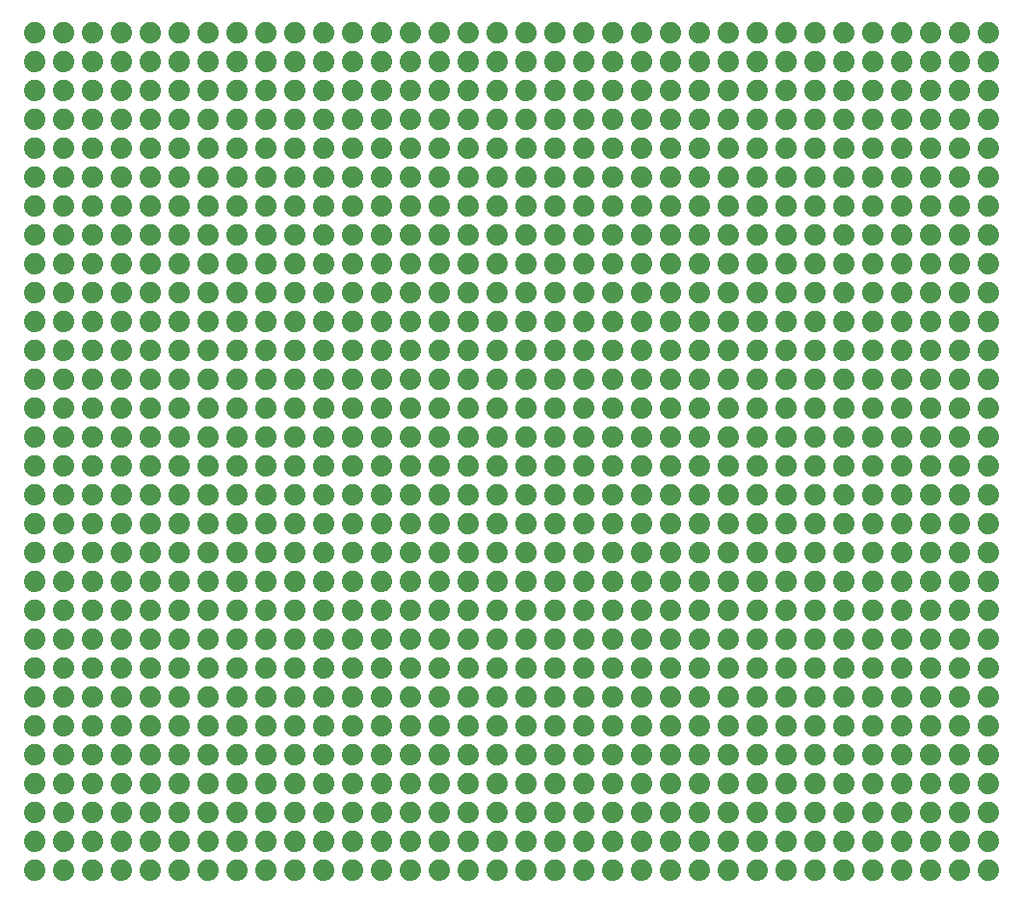
<source format=gbl>
G75*
%MOIN*%
%OFA0B0*%
%FSLAX25Y25*%
%IPPOS*%
%LPD*%
%AMOC8*
5,1,8,0,0,1.08239X$1,22.5*
%
%ADD10C,0.07400*%
D10*
X0018750Y0053650D03*
X0028750Y0053650D03*
X0038750Y0053650D03*
X0048750Y0053650D03*
X0058750Y0053650D03*
X0068750Y0053650D03*
X0078750Y0053650D03*
X0088750Y0053650D03*
X0098750Y0053650D03*
X0108750Y0053650D03*
X0118750Y0053650D03*
X0128750Y0053650D03*
X0138750Y0053650D03*
X0148750Y0053650D03*
X0158750Y0053650D03*
X0168750Y0053650D03*
X0178750Y0053650D03*
X0188750Y0053650D03*
X0198750Y0053650D03*
X0208750Y0053650D03*
X0218750Y0053650D03*
X0228750Y0053650D03*
X0238750Y0053650D03*
X0248750Y0053650D03*
X0258750Y0053650D03*
X0268750Y0053650D03*
X0278750Y0053650D03*
X0288750Y0053650D03*
X0298750Y0053650D03*
X0308750Y0053650D03*
X0318750Y0053650D03*
X0328750Y0053650D03*
X0338750Y0053650D03*
X0348750Y0053650D03*
X0348750Y0063650D03*
X0348750Y0073650D03*
X0348750Y0083650D03*
X0348750Y0093650D03*
X0348750Y0103650D03*
X0348750Y0113650D03*
X0348750Y0123650D03*
X0348750Y0133650D03*
X0348750Y0143650D03*
X0348750Y0153650D03*
X0348750Y0163650D03*
X0348750Y0173650D03*
X0348750Y0183650D03*
X0348750Y0193650D03*
X0348750Y0203650D03*
X0348750Y0213650D03*
X0348750Y0223650D03*
X0348750Y0233650D03*
X0348750Y0243650D03*
X0348750Y0253650D03*
X0348750Y0263650D03*
X0348750Y0273650D03*
X0348750Y0283650D03*
X0348750Y0293650D03*
X0348750Y0303650D03*
X0348750Y0313650D03*
X0348750Y0323650D03*
X0348750Y0333650D03*
X0348750Y0343650D03*
X0338750Y0343650D03*
X0338750Y0333650D03*
X0338750Y0323650D03*
X0338750Y0313650D03*
X0338750Y0303650D03*
X0338750Y0293650D03*
X0338750Y0283650D03*
X0338750Y0273650D03*
X0338750Y0263650D03*
X0338750Y0253650D03*
X0338750Y0243650D03*
X0338750Y0233650D03*
X0338750Y0223650D03*
X0338750Y0213650D03*
X0338750Y0203650D03*
X0338750Y0193650D03*
X0338750Y0183650D03*
X0338750Y0173650D03*
X0338750Y0163650D03*
X0338750Y0153650D03*
X0338750Y0143650D03*
X0338750Y0133650D03*
X0338750Y0123650D03*
X0338750Y0113650D03*
X0338750Y0103650D03*
X0338750Y0093650D03*
X0338750Y0083650D03*
X0338750Y0073650D03*
X0338750Y0063650D03*
X0328750Y0063650D03*
X0328750Y0073650D03*
X0328750Y0083650D03*
X0328750Y0093650D03*
X0328750Y0103650D03*
X0328750Y0113650D03*
X0328750Y0123650D03*
X0328750Y0133650D03*
X0328750Y0143650D03*
X0328750Y0153650D03*
X0328750Y0163650D03*
X0328750Y0173650D03*
X0328750Y0183650D03*
X0328750Y0193650D03*
X0328750Y0203650D03*
X0328750Y0213650D03*
X0328750Y0223650D03*
X0328750Y0233650D03*
X0328750Y0243650D03*
X0328750Y0253650D03*
X0328750Y0263650D03*
X0328750Y0273650D03*
X0328750Y0283650D03*
X0328750Y0293650D03*
X0328750Y0303650D03*
X0328750Y0313650D03*
X0328750Y0323650D03*
X0328750Y0333650D03*
X0328750Y0343650D03*
X0318750Y0343650D03*
X0308750Y0343650D03*
X0308750Y0333650D03*
X0318750Y0333650D03*
X0318750Y0323650D03*
X0308750Y0323650D03*
X0308750Y0313650D03*
X0318750Y0313650D03*
X0318750Y0303650D03*
X0308750Y0303650D03*
X0308750Y0293650D03*
X0318750Y0293650D03*
X0318750Y0283650D03*
X0308750Y0283650D03*
X0308750Y0273650D03*
X0318750Y0273650D03*
X0318750Y0263650D03*
X0308750Y0263650D03*
X0308750Y0253650D03*
X0318750Y0253650D03*
X0318750Y0243650D03*
X0308750Y0243650D03*
X0308750Y0233650D03*
X0318750Y0233650D03*
X0318750Y0223650D03*
X0308750Y0223650D03*
X0308750Y0213650D03*
X0318750Y0213650D03*
X0318750Y0203650D03*
X0308750Y0203650D03*
X0308750Y0193650D03*
X0318750Y0193650D03*
X0318750Y0183650D03*
X0308750Y0183650D03*
X0308750Y0173650D03*
X0318750Y0173650D03*
X0318750Y0163650D03*
X0308750Y0163650D03*
X0308750Y0153650D03*
X0318750Y0153650D03*
X0318750Y0143650D03*
X0308750Y0143650D03*
X0308750Y0133650D03*
X0318750Y0133650D03*
X0318750Y0123650D03*
X0308750Y0123650D03*
X0308750Y0113650D03*
X0318750Y0113650D03*
X0318750Y0103650D03*
X0308750Y0103650D03*
X0308750Y0093650D03*
X0318750Y0093650D03*
X0318750Y0083650D03*
X0308750Y0083650D03*
X0308750Y0073650D03*
X0318750Y0073650D03*
X0318750Y0063650D03*
X0308750Y0063650D03*
X0298750Y0063650D03*
X0298750Y0073650D03*
X0298750Y0083650D03*
X0298750Y0093650D03*
X0298750Y0103650D03*
X0298750Y0113650D03*
X0298750Y0123650D03*
X0298750Y0133650D03*
X0298750Y0143650D03*
X0298750Y0153650D03*
X0298750Y0163650D03*
X0298750Y0173650D03*
X0298750Y0183650D03*
X0298750Y0193650D03*
X0298750Y0203650D03*
X0298750Y0213650D03*
X0298750Y0223650D03*
X0298750Y0233650D03*
X0298750Y0243650D03*
X0298750Y0253650D03*
X0298750Y0263650D03*
X0298750Y0273650D03*
X0298750Y0283650D03*
X0298750Y0293650D03*
X0298750Y0303650D03*
X0298750Y0313650D03*
X0298750Y0323650D03*
X0298750Y0333650D03*
X0298750Y0343650D03*
X0288750Y0343650D03*
X0288750Y0333650D03*
X0288750Y0323650D03*
X0288750Y0313650D03*
X0288750Y0303650D03*
X0288750Y0293650D03*
X0288750Y0283650D03*
X0288750Y0273650D03*
X0288750Y0263650D03*
X0288750Y0253650D03*
X0288750Y0243650D03*
X0288750Y0233650D03*
X0288750Y0223650D03*
X0288750Y0213650D03*
X0288750Y0203650D03*
X0288750Y0193650D03*
X0288750Y0183650D03*
X0288750Y0173650D03*
X0288750Y0163650D03*
X0288750Y0153650D03*
X0288750Y0143650D03*
X0288750Y0133650D03*
X0288750Y0123650D03*
X0288750Y0113650D03*
X0288750Y0103650D03*
X0288750Y0093650D03*
X0288750Y0083650D03*
X0288750Y0073650D03*
X0288750Y0063650D03*
X0278750Y0063650D03*
X0278750Y0073650D03*
X0268750Y0073650D03*
X0268750Y0063650D03*
X0258750Y0063650D03*
X0258750Y0073650D03*
X0258750Y0083650D03*
X0258750Y0093650D03*
X0268750Y0093650D03*
X0278750Y0093650D03*
X0278750Y0083650D03*
X0268750Y0083650D03*
X0268750Y0103650D03*
X0278750Y0103650D03*
X0278750Y0113650D03*
X0268750Y0113650D03*
X0268750Y0123650D03*
X0278750Y0123650D03*
X0278750Y0133650D03*
X0268750Y0133650D03*
X0268750Y0143650D03*
X0278750Y0143650D03*
X0278750Y0153650D03*
X0268750Y0153650D03*
X0268750Y0163650D03*
X0278750Y0163650D03*
X0278750Y0173650D03*
X0268750Y0173650D03*
X0268750Y0183650D03*
X0278750Y0183650D03*
X0278750Y0193650D03*
X0268750Y0193650D03*
X0268750Y0203650D03*
X0278750Y0203650D03*
X0278750Y0213650D03*
X0268750Y0213650D03*
X0268750Y0223650D03*
X0278750Y0223650D03*
X0278750Y0233650D03*
X0268750Y0233650D03*
X0268750Y0243650D03*
X0278750Y0243650D03*
X0278750Y0253650D03*
X0268750Y0253650D03*
X0268750Y0263650D03*
X0278750Y0263650D03*
X0278750Y0273650D03*
X0268750Y0273650D03*
X0268750Y0283650D03*
X0278750Y0283650D03*
X0278750Y0293650D03*
X0268750Y0293650D03*
X0268750Y0303650D03*
X0278750Y0303650D03*
X0278750Y0313650D03*
X0268750Y0313650D03*
X0268750Y0323650D03*
X0278750Y0323650D03*
X0278750Y0333650D03*
X0268750Y0333650D03*
X0268750Y0343650D03*
X0278750Y0343650D03*
X0258750Y0343650D03*
X0258750Y0333650D03*
X0258750Y0323650D03*
X0258750Y0313650D03*
X0258750Y0303650D03*
X0258750Y0293650D03*
X0258750Y0283650D03*
X0258750Y0273650D03*
X0258750Y0263650D03*
X0258750Y0253650D03*
X0258750Y0243650D03*
X0258750Y0233650D03*
X0258750Y0223650D03*
X0258750Y0213650D03*
X0258750Y0203650D03*
X0258750Y0193650D03*
X0258750Y0183650D03*
X0258750Y0173650D03*
X0258750Y0163650D03*
X0258750Y0153650D03*
X0258750Y0143650D03*
X0258750Y0133650D03*
X0258750Y0123650D03*
X0258750Y0113650D03*
X0258750Y0103650D03*
X0248750Y0103650D03*
X0248750Y0113650D03*
X0238750Y0113650D03*
X0238750Y0103650D03*
X0238750Y0093650D03*
X0248750Y0093650D03*
X0248750Y0083650D03*
X0238750Y0083650D03*
X0238750Y0073650D03*
X0248750Y0073650D03*
X0248750Y0063650D03*
X0238750Y0063650D03*
X0228750Y0063650D03*
X0228750Y0073650D03*
X0228750Y0083650D03*
X0228750Y0093650D03*
X0228750Y0103650D03*
X0228750Y0113650D03*
X0228750Y0123650D03*
X0228750Y0133650D03*
X0238750Y0133650D03*
X0248750Y0133650D03*
X0248750Y0123650D03*
X0238750Y0123650D03*
X0238750Y0143650D03*
X0248750Y0143650D03*
X0248750Y0153650D03*
X0238750Y0153650D03*
X0238750Y0163650D03*
X0248750Y0163650D03*
X0248750Y0173650D03*
X0238750Y0173650D03*
X0238750Y0183650D03*
X0248750Y0183650D03*
X0248750Y0193650D03*
X0238750Y0193650D03*
X0238750Y0203650D03*
X0248750Y0203650D03*
X0248750Y0213650D03*
X0238750Y0213650D03*
X0238750Y0223650D03*
X0248750Y0223650D03*
X0248750Y0233650D03*
X0238750Y0233650D03*
X0238750Y0243650D03*
X0248750Y0243650D03*
X0248750Y0253650D03*
X0238750Y0253650D03*
X0238750Y0263650D03*
X0248750Y0263650D03*
X0248750Y0273650D03*
X0238750Y0273650D03*
X0238750Y0283650D03*
X0248750Y0283650D03*
X0248750Y0293650D03*
X0238750Y0293650D03*
X0238750Y0303650D03*
X0248750Y0303650D03*
X0248750Y0313650D03*
X0238750Y0313650D03*
X0238750Y0323650D03*
X0248750Y0323650D03*
X0248750Y0333650D03*
X0238750Y0333650D03*
X0238750Y0343650D03*
X0248750Y0343650D03*
X0228750Y0343650D03*
X0228750Y0333650D03*
X0228750Y0323650D03*
X0228750Y0313650D03*
X0228750Y0303650D03*
X0228750Y0293650D03*
X0228750Y0283650D03*
X0228750Y0273650D03*
X0228750Y0263650D03*
X0228750Y0253650D03*
X0228750Y0243650D03*
X0228750Y0233650D03*
X0228750Y0223650D03*
X0228750Y0213650D03*
X0228750Y0203650D03*
X0228750Y0193650D03*
X0228750Y0183650D03*
X0228750Y0173650D03*
X0228750Y0163650D03*
X0228750Y0153650D03*
X0228750Y0143650D03*
X0218750Y0143650D03*
X0218750Y0153650D03*
X0218750Y0163650D03*
X0218750Y0173650D03*
X0218750Y0183650D03*
X0218750Y0193650D03*
X0218750Y0203650D03*
X0218750Y0213650D03*
X0218750Y0223650D03*
X0218750Y0233650D03*
X0218750Y0243650D03*
X0218750Y0253650D03*
X0218750Y0263650D03*
X0218750Y0273650D03*
X0218750Y0283650D03*
X0218750Y0293650D03*
X0218750Y0303650D03*
X0218750Y0313650D03*
X0218750Y0323650D03*
X0218750Y0333650D03*
X0218750Y0343650D03*
X0208750Y0343650D03*
X0198750Y0343650D03*
X0198750Y0333650D03*
X0208750Y0333650D03*
X0208750Y0323650D03*
X0198750Y0323650D03*
X0198750Y0313650D03*
X0208750Y0313650D03*
X0208750Y0303650D03*
X0198750Y0303650D03*
X0198750Y0293650D03*
X0208750Y0293650D03*
X0208750Y0283650D03*
X0198750Y0283650D03*
X0198750Y0273650D03*
X0208750Y0273650D03*
X0208750Y0263650D03*
X0198750Y0263650D03*
X0198750Y0253650D03*
X0208750Y0253650D03*
X0208750Y0243650D03*
X0198750Y0243650D03*
X0198750Y0233650D03*
X0208750Y0233650D03*
X0208750Y0223650D03*
X0198750Y0223650D03*
X0198750Y0213650D03*
X0208750Y0213650D03*
X0208750Y0203650D03*
X0198750Y0203650D03*
X0198750Y0193650D03*
X0208750Y0193650D03*
X0208750Y0183650D03*
X0198750Y0183650D03*
X0198750Y0173650D03*
X0208750Y0173650D03*
X0208750Y0163650D03*
X0198750Y0163650D03*
X0198750Y0153650D03*
X0208750Y0153650D03*
X0208750Y0143650D03*
X0198750Y0143650D03*
X0198750Y0133650D03*
X0208750Y0133650D03*
X0208750Y0123650D03*
X0198750Y0123650D03*
X0198750Y0113650D03*
X0208750Y0113650D03*
X0208750Y0103650D03*
X0198750Y0103650D03*
X0198750Y0093650D03*
X0208750Y0093650D03*
X0208750Y0083650D03*
X0198750Y0083650D03*
X0198750Y0073650D03*
X0208750Y0073650D03*
X0208750Y0063650D03*
X0198750Y0063650D03*
X0188750Y0063650D03*
X0188750Y0073650D03*
X0188750Y0083650D03*
X0188750Y0093650D03*
X0188750Y0103650D03*
X0188750Y0113650D03*
X0188750Y0123650D03*
X0188750Y0133650D03*
X0188750Y0143650D03*
X0188750Y0153650D03*
X0188750Y0163650D03*
X0188750Y0173650D03*
X0188750Y0183650D03*
X0188750Y0193650D03*
X0188750Y0203650D03*
X0188750Y0213650D03*
X0188750Y0223650D03*
X0188750Y0233650D03*
X0188750Y0243650D03*
X0188750Y0253650D03*
X0188750Y0263650D03*
X0188750Y0273650D03*
X0188750Y0283650D03*
X0188750Y0293650D03*
X0188750Y0303650D03*
X0188750Y0313650D03*
X0188750Y0323650D03*
X0188750Y0333650D03*
X0188750Y0343650D03*
X0178750Y0343650D03*
X0178750Y0333650D03*
X0178750Y0323650D03*
X0178750Y0313650D03*
X0178750Y0303650D03*
X0178750Y0293650D03*
X0178750Y0283650D03*
X0178750Y0273650D03*
X0178750Y0263650D03*
X0178750Y0253650D03*
X0178750Y0243650D03*
X0178750Y0233650D03*
X0178750Y0223650D03*
X0178750Y0213650D03*
X0178750Y0203650D03*
X0178750Y0193650D03*
X0178750Y0183650D03*
X0178750Y0173650D03*
X0178750Y0163650D03*
X0178750Y0153650D03*
X0178750Y0143650D03*
X0178750Y0133650D03*
X0178750Y0123650D03*
X0178750Y0113650D03*
X0178750Y0103650D03*
X0178750Y0093650D03*
X0178750Y0083650D03*
X0178750Y0073650D03*
X0178750Y0063650D03*
X0168750Y0063650D03*
X0168750Y0073650D03*
X0158750Y0073650D03*
X0158750Y0063650D03*
X0148750Y0063650D03*
X0148750Y0073650D03*
X0148750Y0083650D03*
X0148750Y0093650D03*
X0158750Y0093650D03*
X0168750Y0093650D03*
X0168750Y0083650D03*
X0158750Y0083650D03*
X0158750Y0103650D03*
X0168750Y0103650D03*
X0168750Y0113650D03*
X0158750Y0113650D03*
X0158750Y0123650D03*
X0168750Y0123650D03*
X0168750Y0133650D03*
X0158750Y0133650D03*
X0158750Y0143650D03*
X0168750Y0143650D03*
X0168750Y0153650D03*
X0158750Y0153650D03*
X0158750Y0163650D03*
X0168750Y0163650D03*
X0168750Y0173650D03*
X0158750Y0173650D03*
X0158750Y0183650D03*
X0168750Y0183650D03*
X0168750Y0193650D03*
X0158750Y0193650D03*
X0158750Y0203650D03*
X0168750Y0203650D03*
X0168750Y0213650D03*
X0158750Y0213650D03*
X0158750Y0223650D03*
X0168750Y0223650D03*
X0168750Y0233650D03*
X0158750Y0233650D03*
X0158750Y0243650D03*
X0168750Y0243650D03*
X0168750Y0253650D03*
X0158750Y0253650D03*
X0158750Y0263650D03*
X0168750Y0263650D03*
X0168750Y0273650D03*
X0158750Y0273650D03*
X0158750Y0283650D03*
X0168750Y0283650D03*
X0168750Y0293650D03*
X0158750Y0293650D03*
X0158750Y0303650D03*
X0168750Y0303650D03*
X0168750Y0313650D03*
X0158750Y0313650D03*
X0158750Y0323650D03*
X0168750Y0323650D03*
X0168750Y0333650D03*
X0158750Y0333650D03*
X0158750Y0343650D03*
X0168750Y0343650D03*
X0148750Y0343650D03*
X0148750Y0333650D03*
X0148750Y0323650D03*
X0148750Y0313650D03*
X0148750Y0303650D03*
X0148750Y0293650D03*
X0148750Y0283650D03*
X0148750Y0273650D03*
X0148750Y0263650D03*
X0148750Y0253650D03*
X0148750Y0243650D03*
X0148750Y0233650D03*
X0148750Y0223650D03*
X0148750Y0213650D03*
X0148750Y0203650D03*
X0148750Y0193650D03*
X0148750Y0183650D03*
X0148750Y0173650D03*
X0148750Y0163650D03*
X0148750Y0153650D03*
X0148750Y0143650D03*
X0148750Y0133650D03*
X0148750Y0123650D03*
X0148750Y0113650D03*
X0148750Y0103650D03*
X0138750Y0103650D03*
X0138750Y0113650D03*
X0128750Y0113650D03*
X0128750Y0103650D03*
X0128750Y0093650D03*
X0138750Y0093650D03*
X0138750Y0083650D03*
X0128750Y0083650D03*
X0128750Y0073650D03*
X0138750Y0073650D03*
X0138750Y0063650D03*
X0128750Y0063650D03*
X0118750Y0063650D03*
X0118750Y0073650D03*
X0118750Y0083650D03*
X0118750Y0093650D03*
X0118750Y0103650D03*
X0118750Y0113650D03*
X0118750Y0123650D03*
X0118750Y0133650D03*
X0128750Y0133650D03*
X0138750Y0133650D03*
X0138750Y0123650D03*
X0128750Y0123650D03*
X0128750Y0143650D03*
X0138750Y0143650D03*
X0138750Y0153650D03*
X0128750Y0153650D03*
X0128750Y0163650D03*
X0138750Y0163650D03*
X0138750Y0173650D03*
X0128750Y0173650D03*
X0128750Y0183650D03*
X0138750Y0183650D03*
X0138750Y0193650D03*
X0128750Y0193650D03*
X0128750Y0203650D03*
X0138750Y0203650D03*
X0138750Y0213650D03*
X0128750Y0213650D03*
X0128750Y0223650D03*
X0138750Y0223650D03*
X0138750Y0233650D03*
X0128750Y0233650D03*
X0128750Y0243650D03*
X0138750Y0243650D03*
X0138750Y0253650D03*
X0128750Y0253650D03*
X0128750Y0263650D03*
X0138750Y0263650D03*
X0138750Y0273650D03*
X0128750Y0273650D03*
X0128750Y0283650D03*
X0138750Y0283650D03*
X0138750Y0293650D03*
X0128750Y0293650D03*
X0128750Y0303650D03*
X0138750Y0303650D03*
X0138750Y0313650D03*
X0128750Y0313650D03*
X0128750Y0323650D03*
X0138750Y0323650D03*
X0138750Y0333650D03*
X0128750Y0333650D03*
X0128750Y0343650D03*
X0138750Y0343650D03*
X0118750Y0343650D03*
X0118750Y0333650D03*
X0118750Y0323650D03*
X0118750Y0313650D03*
X0118750Y0303650D03*
X0118750Y0293650D03*
X0118750Y0283650D03*
X0118750Y0273650D03*
X0118750Y0263650D03*
X0118750Y0253650D03*
X0118750Y0243650D03*
X0118750Y0233650D03*
X0118750Y0223650D03*
X0118750Y0213650D03*
X0118750Y0203650D03*
X0118750Y0193650D03*
X0118750Y0183650D03*
X0118750Y0173650D03*
X0118750Y0163650D03*
X0118750Y0153650D03*
X0118750Y0143650D03*
X0108750Y0143650D03*
X0108750Y0153650D03*
X0108750Y0163650D03*
X0108750Y0173650D03*
X0108750Y0183650D03*
X0108750Y0193650D03*
X0108750Y0203650D03*
X0108750Y0213650D03*
X0108750Y0223650D03*
X0108750Y0233650D03*
X0108750Y0243650D03*
X0108750Y0253650D03*
X0108750Y0263650D03*
X0108750Y0273650D03*
X0108750Y0283650D03*
X0108750Y0293650D03*
X0108750Y0303650D03*
X0108750Y0313650D03*
X0108750Y0323650D03*
X0108750Y0333650D03*
X0108750Y0343650D03*
X0098750Y0343650D03*
X0088750Y0343650D03*
X0088750Y0333650D03*
X0098750Y0333650D03*
X0098750Y0323650D03*
X0088750Y0323650D03*
X0088750Y0313650D03*
X0098750Y0313650D03*
X0098750Y0303650D03*
X0088750Y0303650D03*
X0088750Y0293650D03*
X0098750Y0293650D03*
X0098750Y0283650D03*
X0088750Y0283650D03*
X0088750Y0273650D03*
X0098750Y0273650D03*
X0098750Y0263650D03*
X0088750Y0263650D03*
X0088750Y0253650D03*
X0098750Y0253650D03*
X0098750Y0243650D03*
X0088750Y0243650D03*
X0088750Y0233650D03*
X0098750Y0233650D03*
X0098750Y0223650D03*
X0088750Y0223650D03*
X0088750Y0213650D03*
X0098750Y0213650D03*
X0098750Y0203650D03*
X0088750Y0203650D03*
X0088750Y0193650D03*
X0098750Y0193650D03*
X0098750Y0183650D03*
X0088750Y0183650D03*
X0088750Y0173650D03*
X0098750Y0173650D03*
X0098750Y0163650D03*
X0088750Y0163650D03*
X0088750Y0153650D03*
X0098750Y0153650D03*
X0098750Y0143650D03*
X0088750Y0143650D03*
X0088750Y0133650D03*
X0098750Y0133650D03*
X0098750Y0123650D03*
X0088750Y0123650D03*
X0088750Y0113650D03*
X0098750Y0113650D03*
X0098750Y0103650D03*
X0088750Y0103650D03*
X0088750Y0093650D03*
X0098750Y0093650D03*
X0098750Y0083650D03*
X0088750Y0083650D03*
X0088750Y0073650D03*
X0098750Y0073650D03*
X0098750Y0063650D03*
X0088750Y0063650D03*
X0078750Y0063650D03*
X0078750Y0073650D03*
X0078750Y0083650D03*
X0078750Y0093650D03*
X0078750Y0103650D03*
X0078750Y0113650D03*
X0078750Y0123650D03*
X0078750Y0133650D03*
X0078750Y0143650D03*
X0078750Y0153650D03*
X0078750Y0163650D03*
X0078750Y0173650D03*
X0078750Y0183650D03*
X0078750Y0193650D03*
X0078750Y0203650D03*
X0078750Y0213650D03*
X0078750Y0223650D03*
X0078750Y0233650D03*
X0078750Y0243650D03*
X0078750Y0253650D03*
X0078750Y0263650D03*
X0078750Y0273650D03*
X0078750Y0283650D03*
X0078750Y0293650D03*
X0078750Y0303650D03*
X0078750Y0313650D03*
X0078750Y0323650D03*
X0078750Y0333650D03*
X0078750Y0343650D03*
X0068750Y0343650D03*
X0058750Y0343650D03*
X0058750Y0333650D03*
X0068750Y0333650D03*
X0068750Y0323650D03*
X0058750Y0323650D03*
X0058750Y0313650D03*
X0068750Y0313650D03*
X0068750Y0303650D03*
X0058750Y0303650D03*
X0058750Y0293650D03*
X0068750Y0293650D03*
X0068750Y0283650D03*
X0058750Y0283650D03*
X0058750Y0273650D03*
X0068750Y0273650D03*
X0068750Y0263650D03*
X0058750Y0263650D03*
X0058750Y0253650D03*
X0068750Y0253650D03*
X0068750Y0243650D03*
X0058750Y0243650D03*
X0058750Y0233650D03*
X0068750Y0233650D03*
X0068750Y0223650D03*
X0058750Y0223650D03*
X0058750Y0213650D03*
X0068750Y0213650D03*
X0068750Y0203650D03*
X0058750Y0203650D03*
X0058750Y0193650D03*
X0068750Y0193650D03*
X0068750Y0183650D03*
X0058750Y0183650D03*
X0058750Y0173650D03*
X0068750Y0173650D03*
X0068750Y0163650D03*
X0058750Y0163650D03*
X0058750Y0153650D03*
X0068750Y0153650D03*
X0068750Y0143650D03*
X0058750Y0143650D03*
X0058750Y0133650D03*
X0068750Y0133650D03*
X0068750Y0123650D03*
X0058750Y0123650D03*
X0058750Y0113650D03*
X0068750Y0113650D03*
X0068750Y0103650D03*
X0058750Y0103650D03*
X0058750Y0093650D03*
X0068750Y0093650D03*
X0068750Y0083650D03*
X0058750Y0083650D03*
X0058750Y0073650D03*
X0068750Y0073650D03*
X0068750Y0063650D03*
X0058750Y0063650D03*
X0048750Y0063650D03*
X0048750Y0073650D03*
X0048750Y0083650D03*
X0048750Y0093650D03*
X0048750Y0103650D03*
X0048750Y0113650D03*
X0048750Y0123650D03*
X0048750Y0133650D03*
X0048750Y0143650D03*
X0048750Y0153650D03*
X0048750Y0163650D03*
X0048750Y0173650D03*
X0048750Y0183650D03*
X0048750Y0193650D03*
X0048750Y0203650D03*
X0048750Y0213650D03*
X0048750Y0223650D03*
X0048750Y0233650D03*
X0048750Y0243650D03*
X0048750Y0253650D03*
X0048750Y0263650D03*
X0048750Y0273650D03*
X0048750Y0283650D03*
X0048750Y0293650D03*
X0048750Y0303650D03*
X0048750Y0313650D03*
X0048750Y0323650D03*
X0048750Y0333650D03*
X0048750Y0343650D03*
X0038750Y0343650D03*
X0038750Y0333650D03*
X0038750Y0323650D03*
X0038750Y0313650D03*
X0038750Y0303650D03*
X0038750Y0293650D03*
X0038750Y0283650D03*
X0038750Y0273650D03*
X0038750Y0263650D03*
X0038750Y0253650D03*
X0038750Y0243650D03*
X0038750Y0233650D03*
X0038750Y0223650D03*
X0038750Y0213650D03*
X0038750Y0203650D03*
X0038750Y0193650D03*
X0038750Y0183650D03*
X0038750Y0173650D03*
X0038750Y0163650D03*
X0038750Y0153650D03*
X0038750Y0143650D03*
X0038750Y0133650D03*
X0038750Y0123650D03*
X0038750Y0113650D03*
X0038750Y0103650D03*
X0038750Y0093650D03*
X0038750Y0083650D03*
X0038750Y0073650D03*
X0038750Y0063650D03*
X0028750Y0063650D03*
X0028750Y0073650D03*
X0018750Y0073650D03*
X0018750Y0063650D03*
X0018750Y0083650D03*
X0028750Y0083650D03*
X0028750Y0093650D03*
X0018750Y0093650D03*
X0018750Y0103650D03*
X0028750Y0103650D03*
X0028750Y0113650D03*
X0018750Y0113650D03*
X0018750Y0123650D03*
X0028750Y0123650D03*
X0028750Y0133650D03*
X0018750Y0133650D03*
X0018750Y0143650D03*
X0028750Y0143650D03*
X0028750Y0153650D03*
X0018750Y0153650D03*
X0018750Y0163650D03*
X0028750Y0163650D03*
X0028750Y0173650D03*
X0018750Y0173650D03*
X0018750Y0183650D03*
X0028750Y0183650D03*
X0028750Y0193650D03*
X0018750Y0193650D03*
X0018750Y0203650D03*
X0028750Y0203650D03*
X0028750Y0213650D03*
X0018750Y0213650D03*
X0018750Y0223650D03*
X0028750Y0223650D03*
X0028750Y0233650D03*
X0018750Y0233650D03*
X0018750Y0243650D03*
X0028750Y0243650D03*
X0028750Y0253650D03*
X0018750Y0253650D03*
X0018750Y0263650D03*
X0028750Y0263650D03*
X0028750Y0273650D03*
X0018750Y0273650D03*
X0018750Y0283650D03*
X0028750Y0283650D03*
X0028750Y0293650D03*
X0018750Y0293650D03*
X0018750Y0303650D03*
X0028750Y0303650D03*
X0028750Y0313650D03*
X0018750Y0313650D03*
X0018750Y0323650D03*
X0028750Y0323650D03*
X0028750Y0333650D03*
X0018750Y0333650D03*
X0018750Y0343650D03*
X0028750Y0343650D03*
X0108750Y0133650D03*
X0108750Y0123650D03*
X0108750Y0113650D03*
X0108750Y0103650D03*
X0108750Y0093650D03*
X0108750Y0083650D03*
X0108750Y0073650D03*
X0108750Y0063650D03*
X0218750Y0063650D03*
X0218750Y0073650D03*
X0218750Y0083650D03*
X0218750Y0093650D03*
X0218750Y0103650D03*
X0218750Y0113650D03*
X0218750Y0123650D03*
X0218750Y0133650D03*
M02*

</source>
